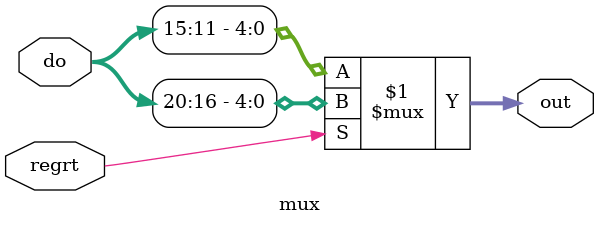
<source format=v>
`timescale 1ns / 1ps

module mux(do, regrt, out);
    input [31:0] do;      // 32 bit inst
    input regrt;          // from control unit
    output wire [4:0] out; // output rt or rd

    

    
    assign out = regrt ? do[20:16] : do[15:11];

endmodule


</source>
